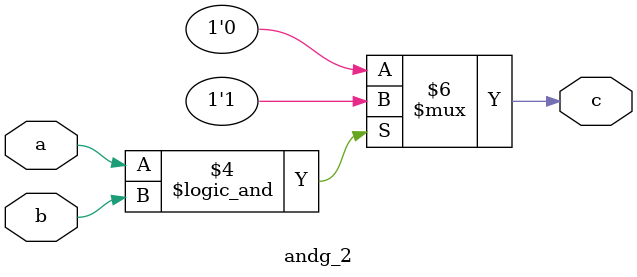
<source format=v>
module andg_2( a,b, c);
input a;
input b;
output reg c;
initial 
begin
if(a==1 && b==1)
c=1;	
else 
c=0;
end
endmodule

</source>
